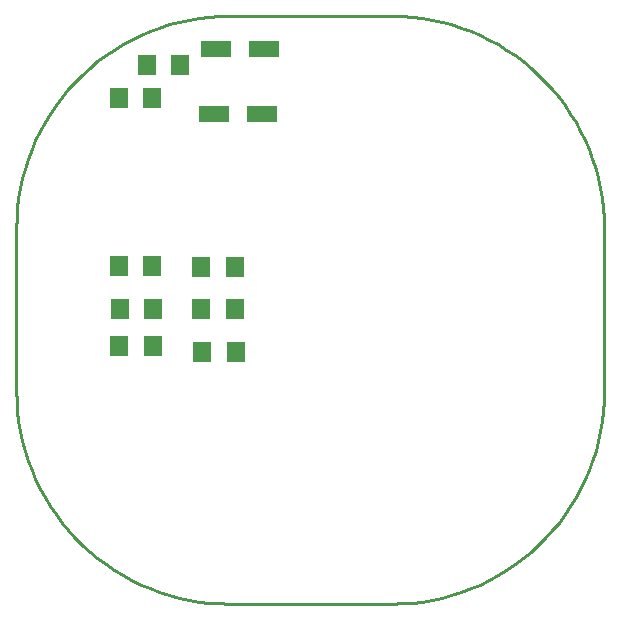
<source format=gbp>
G75*
G70*
%OFA0B0*%
%FSLAX24Y24*%
%IPPOS*%
%LPD*%
%AMOC8*
5,1,8,0,0,1.08239X$1,22.5*
%
%ADD10C,0.0100*%
%ADD11R,0.0630X0.0710*%
%ADD12R,0.0630X0.0709*%
%ADD13R,0.1024X0.0551*%
D10*
X007766Y000751D02*
X013187Y000751D01*
X013187Y000750D02*
X013524Y000758D01*
X013861Y000782D01*
X014196Y000822D01*
X014528Y000878D01*
X014858Y000950D01*
X015184Y001037D01*
X015505Y001140D01*
X015821Y001258D01*
X016131Y001390D01*
X016434Y001538D01*
X016731Y001699D01*
X017019Y001875D01*
X017298Y002064D01*
X017568Y002266D01*
X017828Y002481D01*
X018078Y002708D01*
X018316Y002946D01*
X018543Y003196D01*
X018758Y003456D01*
X018960Y003726D01*
X019149Y004005D01*
X019325Y004294D01*
X019486Y004590D01*
X019634Y004893D01*
X019766Y005203D01*
X019884Y005519D01*
X019987Y005840D01*
X020074Y006166D01*
X020146Y006496D01*
X020202Y006828D01*
X020242Y007163D01*
X020266Y007500D01*
X020274Y007837D01*
X020273Y007837D02*
X020273Y013258D01*
X020274Y013258D02*
X020266Y013595D01*
X020242Y013932D01*
X020202Y014267D01*
X020146Y014599D01*
X020074Y014929D01*
X019987Y015255D01*
X019884Y015576D01*
X019766Y015892D01*
X019634Y016202D01*
X019486Y016505D01*
X019325Y016802D01*
X019149Y017090D01*
X018960Y017369D01*
X018758Y017639D01*
X018543Y017899D01*
X018316Y018149D01*
X018078Y018387D01*
X017828Y018614D01*
X017568Y018829D01*
X017298Y019031D01*
X017019Y019220D01*
X016731Y019396D01*
X016434Y019557D01*
X016131Y019705D01*
X015821Y019837D01*
X015505Y019955D01*
X015184Y020058D01*
X014858Y020145D01*
X014528Y020217D01*
X014196Y020273D01*
X013861Y020313D01*
X013524Y020337D01*
X013187Y020345D01*
X007766Y020345D01*
X007429Y020337D01*
X007092Y020313D01*
X006757Y020273D01*
X006425Y020217D01*
X006095Y020145D01*
X005769Y020058D01*
X005448Y019955D01*
X005132Y019837D01*
X004822Y019705D01*
X004519Y019557D01*
X004222Y019396D01*
X003934Y019220D01*
X003655Y019031D01*
X003385Y018829D01*
X003125Y018614D01*
X002875Y018387D01*
X002637Y018149D01*
X002410Y017899D01*
X002195Y017639D01*
X001993Y017369D01*
X001804Y017090D01*
X001628Y016802D01*
X001467Y016505D01*
X001319Y016202D01*
X001187Y015892D01*
X001069Y015576D01*
X000966Y015255D01*
X000879Y014929D01*
X000807Y014599D01*
X000751Y014267D01*
X000711Y013932D01*
X000687Y013595D01*
X000679Y013258D01*
X000679Y007837D01*
X000687Y007500D01*
X000711Y007163D01*
X000751Y006828D01*
X000807Y006496D01*
X000879Y006166D01*
X000966Y005840D01*
X001069Y005519D01*
X001187Y005203D01*
X001319Y004893D01*
X001467Y004590D01*
X001628Y004294D01*
X001804Y004005D01*
X001993Y003726D01*
X002195Y003456D01*
X002410Y003196D01*
X002637Y002946D01*
X002875Y002708D01*
X003125Y002481D01*
X003385Y002266D01*
X003655Y002064D01*
X003934Y001875D01*
X004222Y001699D01*
X004519Y001538D01*
X004822Y001390D01*
X005132Y001258D01*
X005448Y001140D01*
X005769Y001037D01*
X006095Y000950D01*
X006425Y000878D01*
X006757Y000822D01*
X007092Y000782D01*
X007429Y000758D01*
X007766Y000750D01*
D11*
X007995Y009134D03*
X006876Y009134D03*
X006846Y010588D03*
X007966Y010588D03*
X007955Y011973D03*
X006836Y011973D03*
X005245Y010584D03*
X004125Y010584D03*
X004100Y009341D03*
X005220Y009341D03*
D12*
X005208Y012009D03*
X004106Y012009D03*
X004102Y017623D03*
X005204Y017623D03*
X005021Y018699D03*
X006123Y018699D03*
D13*
X007334Y019243D03*
X008948Y019243D03*
X008870Y017079D03*
X007256Y017079D03*
M02*

</source>
